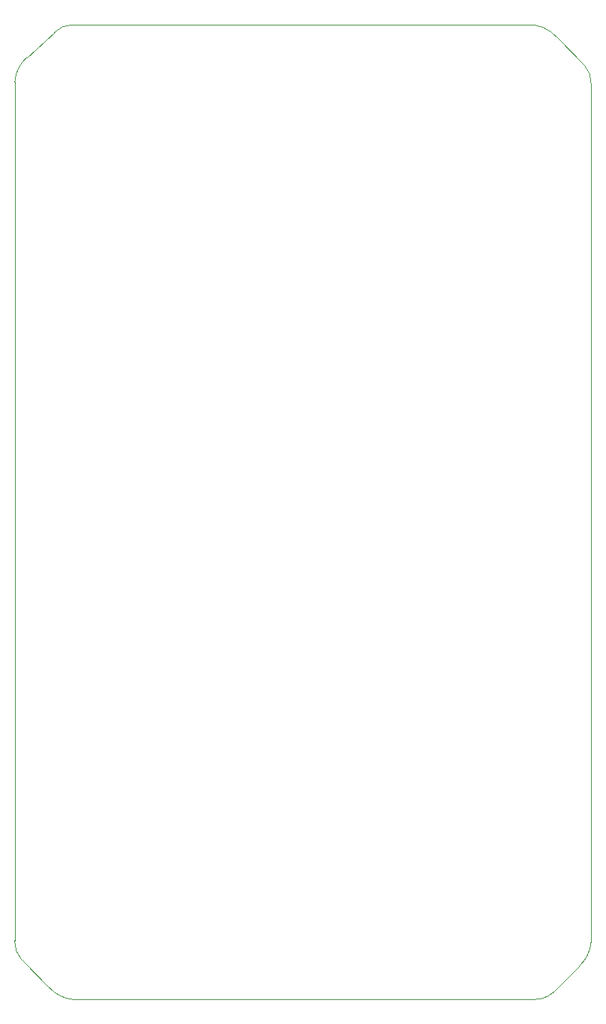
<source format=gbr>
%TF.GenerationSoftware,KiCad,Pcbnew,9.0.6*%
%TF.CreationDate,2025-12-04T14:52:28+01:00*%
%TF.ProjectId,ExtensionBoardBasic,45787465-6e73-4696-9f6e-426f61726442,rev?*%
%TF.SameCoordinates,Original*%
%TF.FileFunction,Profile,NP*%
%FSLAX46Y46*%
G04 Gerber Fmt 4.6, Leading zero omitted, Abs format (unit mm)*
G04 Created by KiCad (PCBNEW 9.0.6) date 2025-12-04 14:52:28*
%MOMM*%
%LPD*%
G01*
G04 APERTURE LIST*
%TA.AperFunction,Profile*%
%ADD10C,0.050000*%
%TD*%
G04 APERTURE END LIST*
D10*
X122332825Y-49903587D02*
X173882595Y-49914990D01*
X120369690Y-50756049D02*
G75*
G02*
X122332580Y-49903586I2090519J-2127535D01*
G01*
X180288133Y-54461756D02*
G75*
G02*
X181050198Y-56603584I-2236588J-2002266D01*
G01*
X173882580Y-49914990D02*
G75*
G02*
X177102707Y-51241889I208905J-4063790D01*
G01*
X177098775Y-51245412D02*
X180286385Y-54461756D01*
X115886409Y-153428326D02*
X115900003Y-56355825D01*
X115900003Y-56355825D02*
G75*
G02*
X117231859Y-53602401I4128152J-297997D01*
G01*
X117236408Y-53604391D02*
X120370588Y-50756964D01*
X181050198Y-56603584D02*
X181034280Y-153601825D01*
X181034280Y-153601826D02*
G75*
G02*
X179724758Y-156277652I-4064953J331000D01*
G01*
X176752215Y-159263421D02*
G75*
G02*
X174422580Y-160053582I-2064597J2257745D01*
G01*
X174424845Y-160059954D02*
X122457944Y-160059954D01*
X119840607Y-158753960D02*
X116647448Y-155537616D01*
X122451854Y-160059370D02*
G75*
G02*
X119835080Y-158753958I393275J4063786D01*
G01*
X179724758Y-156277652D02*
X176752215Y-159263421D01*
X116647448Y-155537616D02*
G75*
G02*
X115886409Y-153428326I2237611J1999275D01*
G01*
M02*

</source>
